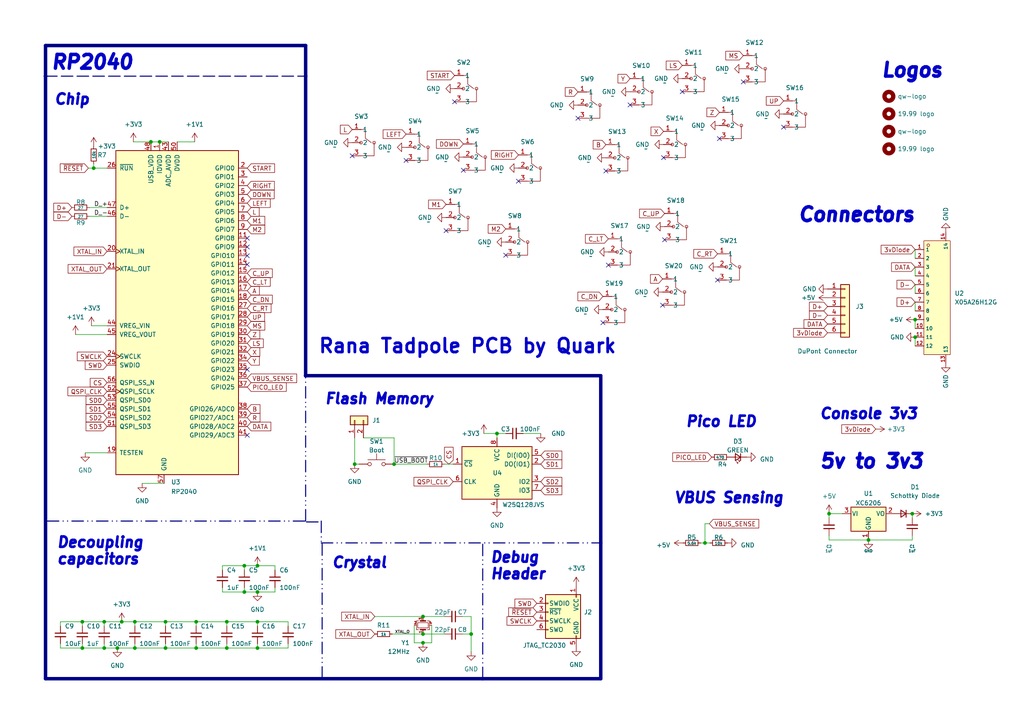
<source format=kicad_sch>
(kicad_sch (version 20230121) (generator eeschema)
  (paper "A4")
  (junction (at 136.652 183.896))
  (junction (at 13.208 22.098))
  (junction (at 122.682 183.896))
  (junction (at 65.786 187.96))
  (junction (at 27.178 48.768))
  (junction (at 70.866 171.704))
  (junction (at 65.786 180.34))
  (junction (at 144.145 125.73))
  (junction (at 122.682 186.436))
  (junction (at 30.226 187.96))
  (junction (at 240.4618 148.9964) (diameter 0.9144))
  (junction (at 43.7708 41.148))
  (junction (at 265.43 92.71))
  (junction (at 140.001 196.85))
  (junction (at 23.876 187.96))
  (junction (at 74.676 171.704))
  (junction (at 46.3108 41.148))
  (junction (at 39.116 187.96))
  (junction (at 264.5918 148.9964))
  (junction (at 23.876 180.34))
  (junction (at 35.306 180.34))
  (junction (at 56.896 187.96))
  (junction (at 265.43 97.79))
  (junction (at 88.646 108.966))
  (junction (at 30.226 180.34))
  (junction (at 74.676 180.34))
  (junction (at 70.866 164.084))
  (junction (at 102.87 134.62))
  (junction (at 174.244 157.4631))
  (junction (at 122.682 178.816))
  (junction (at 34.036 187.96))
  (junction (at 56.896 180.34))
  (junction (at 74.676 164.084))
  (junction (at 251.8918 156.6164) (diameter 0.9144))
  (junction (at 74.676 187.96))
  (junction (at 48.006 180.34))
  (junction (at 88.646 22.098))
  (junction (at 48.006 187.96))
  (junction (at 204.47 157.48))
  (junction (at 39.116 180.34))
  (junction (at 114.3 134.62))
  (no_connect (at 197.8914 26.5938))
  (no_connect (at 117.7798 46.5328))
  (no_connect (at 134.3914 49.3776))
  (no_connect (at 192.7606 69.5452))
  (no_connect (at 71.7108 107.188))
  (no_connect (at 131.8514 29.5148))
  (no_connect (at 71.7108 126.238))
  (no_connect (at 174.879 93.599))
  (no_connect (at 208.1276 81.2292))
  (no_connect (at 192.1764 88.519))
  (no_connect (at 102.1588 45.1866))
  (no_connect (at 182.753 30.4292))
  (no_connect (at 208.661 40.2082))
  (no_connect (at 167.64 34.29))
  (no_connect (at 150.368 52.5526))
  (no_connect (at 175.7426 49.5808))
  (no_connect (at 71.7108 74.168))
  (no_connect (at 146.685 74.0156))
  (no_connect (at 71.7108 71.628))
  (no_connect (at 71.7108 69.088))
  (no_connect (at 192.4558 45.72))
  (no_connect (at 215.5952 23.749))
  (no_connect (at 227.2792 36.8808))
  (no_connect (at 129.3876 66.9036))
  (no_connect (at 176.4538 76.8858))
  (no_connect (at 71.7108 76.708))
  (wire (pts (xy 34.036 187.96) (xy 39.116 187.96)))
  (wire (pts (xy 251.8918 156.6164) (xy 240.4618 156.6164)))
  (wire (pts (xy 74.676 164.084) (xy 79.756 164.084)))
  (bus (pts (xy 140.001 196.85) (xy 140.001 157.48)) (stroke (width 0) (type dash_dot_dot)))
  (wire (pts (xy 83.566 187.96) (xy 83.566 186.69)))
  (wire (pts (xy 74.676 187.96) (xy 74.676 186.69)))
  (wire (pts (xy 46.3108 41.148) (xy 48.8508 41.148)))
  (wire (pts (xy 31.0708 97.028) (xy 21.9014 97.028)))
  (wire (pts (xy 64.516 171.704) (xy 70.866 171.704)))
  (bus (pts (xy 88.646 13.208) (xy 88.646 22.098)) (stroke (width 1)))
  (bus (pts (xy 13.208 22.098) (xy 88.646 22.098)) (stroke (width 0) (type dash)))
  (wire (pts (xy 70.866 164.084) (xy 64.516 164.084)))
  (wire (pts (xy 120.142 181.356) (xy 120.142 186.436)))
  (wire (pts (xy 64.516 170.434) (xy 64.516 171.704)))
  (wire (pts (xy 265.43 87.63) (xy 265.43 90.17)))
  (wire (pts (xy 39.116 187.96) (xy 48.006 187.96)))
  (bus (pts (xy 174.244 157.4631) (xy 174.244 157.48)))
  (wire (pts (xy 39.116 187.96) (xy 39.116 186.69)))
  (wire (pts (xy 65.786 187.96) (xy 74.676 187.96)))
  (wire (pts (xy 27.178 48.768) (xy 31.0708 48.768)))
  (bus (pts (xy 13.208 196.85) (xy 140.001 196.85)) (stroke (width 1)))
  (wire (pts (xy 17.526 180.34) (xy 23.876 180.34)))
  (wire (pts (xy 56.896 187.96) (xy 65.786 187.96)))
  (bus (pts (xy 93.1852 151.13) (xy 93.1852 157.4631)) (stroke (width 0) (type dash_dot_dot)))
  (bus (pts (xy 174.244 157.4631) (xy 174.244 108.966)) (stroke (width 1)))
  (wire (pts (xy 74.676 187.96) (xy 83.566 187.96)))
  (wire (pts (xy 265.43 97.79) (xy 265.43 100.33)))
  (bus (pts (xy 88.646 151.13) (xy 88.646 108.966)) (stroke (width 0) (type dash_dot_dot)))
  (wire (pts (xy 125.222 181.356) (xy 125.222 186.436)))
  (wire (pts (xy 56.896 180.34) (xy 56.896 181.61)))
  (wire (pts (xy 74.676 164.084) (xy 70.866 164.084)))
  (wire (pts (xy 35.306 180.34) (xy 39.116 180.34)))
  (wire (pts (xy 56.896 186.69) (xy 56.896 187.96)))
  (wire (pts (xy 114.3 127) (xy 114.3 134.62)))
  (bus (pts (xy 93.4392 157.7171) (xy 93.4392 197.104)) (stroke (width 0) (type dash_dot_dot)))
  (bus (pts (xy 13.716 151.13) (xy 88.646 151.13)) (stroke (width 0) (type dash_dot_dot)))
  (wire (pts (xy 56.896 180.34) (xy 65.786 180.34)))
  (wire (pts (xy 74.676 180.34) (xy 83.566 180.34)))
  (wire (pts (xy 26.5242 94.488) (xy 31.0708 94.488)))
  (wire (pts (xy 43.7708 41.148) (xy 46.3108 41.148)))
  (wire (pts (xy 134.112 178.816) (xy 136.652 178.816)))
  (wire (pts (xy 205.74 151.892) (xy 204.47 151.892)))
  (bus (pts (xy 88.9 151.384) (xy 93.4392 151.384)) (stroke (width 0) (type dash_dot_dot)))
  (wire (pts (xy 240.4618 148.9964) (xy 240.4618 150.2664)))
  (wire (pts (xy 70.866 164.084) (xy 70.866 165.354)))
  (wire (pts (xy 204.47 157.48) (xy 205.9178 157.48)))
  (wire (pts (xy 65.786 180.34) (xy 74.676 180.34)))
  (wire (pts (xy 30.226 180.34) (xy 23.876 180.34)))
  (wire (pts (xy 74.676 171.704) (xy 79.756 171.704)))
  (wire (pts (xy 136.652 183.896) (xy 134.112 183.896)))
  (wire (pts (xy 120.142 186.436) (xy 122.682 186.436)))
  (wire (pts (xy 102.87 134.62) (xy 104.14 134.62)))
  (wire (pts (xy 102.87 127) (xy 102.87 134.62)))
  (bus (pts (xy 13.208 13.208) (xy 88.646 13.208)) (stroke (width 1)))
  (wire (pts (xy 30.226 187.96) (xy 34.036 187.96)))
  (wire (pts (xy 105.41 127) (xy 114.3 127)))
  (wire (pts (xy 70.866 170.434) (xy 70.866 171.704)))
  (wire (pts (xy 240.4618 155.3464) (xy 240.4618 156.6164)))
  (wire (pts (xy 265.43 77.47) (xy 265.43 80.01)))
  (wire (pts (xy 51.3908 41.148) (xy 56.4708 41.148)))
  (wire (pts (xy 48.006 180.34) (xy 48.006 181.61)))
  (wire (pts (xy 17.526 181.61) (xy 17.526 180.34)))
  (bus (pts (xy 13.208 22.098) (xy 13.208 196.85)) (stroke (width 1)))
  (wire (pts (xy 128.905 134.62) (xy 131.445 134.62)))
  (wire (pts (xy 140.335 125.73) (xy 144.145 125.73)))
  (wire (pts (xy 265.43 72.39) (xy 265.43 74.93)))
  (wire (pts (xy 108.712 178.816) (xy 122.682 178.816)))
  (bus (pts (xy 93.1852 157.4631) (xy 174.244 157.4631)) (stroke (width 0) (type dash_dot_dot)))
  (wire (pts (xy 25.94 62.738) (xy 31.0708 62.738)))
  (wire (pts (xy 30.226 180.34) (xy 35.306 180.34)))
  (wire (pts (xy 65.786 186.69) (xy 65.786 187.96)))
  (wire (pts (xy 125.222 186.436) (xy 122.682 186.436)))
  (wire (pts (xy 48.006 187.96) (xy 48.006 186.69)))
  (wire (pts (xy 48.006 187.96) (xy 56.896 187.96)))
  (wire (pts (xy 136.652 183.896) (xy 136.652 188.976)))
  (wire (pts (xy 27.178 47.498) (xy 27.178 48.768)))
  (wire (pts (xy 38.6908 41.148) (xy 43.7708 41.148)))
  (wire (pts (xy 129.032 183.896) (xy 122.682 183.896)))
  (wire (pts (xy 39.116 180.34) (xy 48.006 180.34)))
  (wire (pts (xy 17.526 187.96) (xy 23.876 187.96)))
  (bus (pts (xy 174.244 196.85) (xy 174.244 157.4631)) (stroke (width 1)))
  (wire (pts (xy 144.145 125.73) (xy 146.685 125.73)))
  (wire (pts (xy 79.756 171.704) (xy 79.756 170.434)))
  (wire (pts (xy 23.876 187.96) (xy 30.226 187.96)))
  (wire (pts (xy 151.765 125.73) (xy 156.845 125.73)))
  (bus (pts (xy 88.646 108.966) (xy 174.244 108.966)) (stroke (width 1)))
  (wire (pts (xy 41.2308 140.208) (xy 47.5808 140.208)))
  (bus (pts (xy 140.001 196.85) (xy 174.244 196.85)) (stroke (width 1)))
  (wire (pts (xy 23.876 180.34) (xy 23.876 181.61)))
  (wire (pts (xy 24.7208 131.318) (xy 31.0708 131.318)))
  (wire (pts (xy 39.116 180.34) (xy 39.116 181.61)))
  (wire (pts (xy 251.8918 156.6164) (xy 264.5918 156.6164)))
  (wire (pts (xy 204.47 151.892) (xy 204.47 157.48)))
  (wire (pts (xy 240.4618 148.9964) (xy 244.2718 148.9964)))
  (wire (pts (xy 65.786 180.34) (xy 65.786 181.61)))
  (wire (pts (xy 79.756 164.084) (xy 79.756 165.354)))
  (wire (pts (xy 64.516 164.084) (xy 64.516 165.354)))
  (bus (pts (xy 13.208 13.208) (xy 13.208 22.098)) (stroke (width 1)))
  (bus (pts (xy 88.646 22.098) (xy 88.646 108.966)) (stroke (width 1)))
  (wire (pts (xy 30.226 186.69) (xy 30.226 187.96)))
  (wire (pts (xy 144.145 125.73) (xy 144.145 127)))
  (wire (pts (xy 83.566 180.34) (xy 83.566 181.61)))
  (wire (pts (xy 70.866 171.704) (xy 74.676 171.704)))
  (wire (pts (xy 265.43 92.71) (xy 265.43 95.25)))
  (wire (pts (xy 122.682 183.896) (xy 113.792 183.896)))
  (wire (pts (xy 17.526 186.69) (xy 17.526 187.96)))
  (wire (pts (xy 74.676 180.34) (xy 74.676 181.61)))
  (wire (pts (xy 23.876 186.69) (xy 23.876 187.96)))
  (wire (pts (xy 265.43 82.55) (xy 265.43 85.09)))
  (wire (pts (xy 114.3 134.62) (xy 123.825 134.62)))
  (wire (pts (xy 48.006 180.34) (xy 56.896 180.34)))
  (wire (pts (xy 129.032 178.816) (xy 122.682 178.816)))
  (wire (pts (xy 25.6351 48.768) (xy 27.178 48.768)))
  (wire (pts (xy 264.5918 150.241) (xy 264.5918 148.9964)))
  (wire (pts (xy 136.652 178.816) (xy 136.652 183.896)))
  (wire (pts (xy 264.5918 155.321) (xy 264.5918 156.6164)))
  (wire (pts (xy 203.2 157.48) (xy 204.47 157.48)))
  (wire (pts (xy 25.94 60.198) (xy 31.0708 60.198)))
  (wire (pts (xy 30.226 180.34) (xy 30.226 181.61)))
  (text "Rana Tadpole PCB by Quark" (at 179.07 102.87 0) (effects (font (size 4 4) (thickness 0.8) bold) (justify right bottom)))
  (text "Console 3v3" (at 237.49 121.92 0) (effects (font (size 3 3) (thickness 2) bold italic) (justify left bottom)))
  (text "Logos" (at 255.27 22.86 0) (effects (font (size 4 4) (thickness 2) bold italic) (justify left bottom)))
  (text "5v to 3v3" (at 237.4138 136.2964 0) (effects (font (size 4 4) (thickness 2) bold italic) (justify left bottom)))
  (text "Decoupling\ncapacitors" (at 16.256 164.084 0) (effects (font (size 3 3) (thickness 2) bold italic) (justify left bottom)))
  (text "Flash Memory" (at 93.98 117.602 0) (effects (font (size 3 3) (thickness 2) bold italic) (justify left bottom)))
  (text "Crystal" (at 96.012 165.1 0) (effects (font (size 3 3) (thickness 2) bold italic) (justify left bottom)))
  (text "Chip" (at 15.494 30.734 0) (effects (font (size 3 3) (thickness 2) bold italic) (justify left bottom)))
  (text "Connectors" (at 231.14 64.77 0) (effects (font (size 4 4) (thickness 2) bold italic) (justify left bottom)))
  (text "Debug\nHeader" (at 141.986 168.402 0) (effects (font (size 3 3) (thickness 2) bold italic) (justify left bottom)))
  (text "VBUS Sensing" (at 195.326 146.304 0) (effects (font (size 3 3) (thickness 2) bold italic) (justify left bottom)))
  (text "RP2040" (at 14.478 20.574 0) (effects (font (size 4 4) (thickness 2) bold italic) (justify left bottom)))
  (text "Pico LED" (at 198.628 124.206 0) (effects (font (size 3 3) (thickness 2) bold italic) (justify left bottom)))
  (label "D_+" (at 27.2608 60.198 0))
  (label "~{USB_BOOT}" (at 114.3 134.62 0))
  (label "D_-" (at 27.2608 62.738 0))
  (label "XTAL_O" (at 118.872 183.896 180) (effects (font (size 0.8 0.8))))
  (global_label "SWD" (shape input) (at 31.0708 105.918 180) (property "Intersheetrefs" "${INTERSHEET_REFS}" (effects hide)))
  (global_label "DATA" (shape input) (at 265.43 77.47 180) (property "Intersheetrefs" "${INTERSHEET_REFS}" (effects hide)))
  (global_label "R" (shape input) (at 71.7108 121.158 0) (property "Intersheetrefs" "${INTERSHEET_REFS}" (effects hide)))
  (global_label "C_RT" (shape input) (at 71.7108 89.408 0) (property "Intersheetrefs" "${INTERSHEET_REFS}" (effects hide)))
  (global_label "QSPI_CLK" (shape input) (at 131.445 139.7 180) (property "Intersheetrefs" "${INTERSHEET_REFS}" (effects hide)))
  (global_label "C_LT" (shape input) (at 176.4538 69.2658 180) (property "Intersheetrefs" "${INTERSHEET_REFS}" (effects hide)))
  (global_label "MS" (shape input) (at 215.5952 16.129 180) (property "Intersheetrefs" "${INTERSHEET_REFS}" (effects hide)))
  (global_label "A" (shape input) (at 71.7108 84.328 0) (property "Intersheetrefs" "${INTERSHEET_REFS}" (effects hide)))
  (global_label "CS" (shape input) (at 130.175 134.62 90) (property "Intersheetrefs" "${INTERSHEET_REFS}" (effects hide)))
  (global_label "Y" (shape input) (at 182.753 22.8092 180) (property "Intersheetrefs" "${INTERSHEET_REFS}" (effects hide)))
  (global_label "M2" (shape input) (at 71.7108 66.548 0) (property "Intersheetrefs" "${INTERSHEET_REFS}" (effects hide)))
  (global_label "DOWN" (shape input) (at 71.7108 56.388 0) (property "Intersheetrefs" "${INTERSHEET_REFS}" (effects hide)))
  (global_label "3vDiode" (shape input) (at 265.43 72.39 180) (property "Intersheetrefs" "${INTERSHEET_REFS}" (effects hide)))
  (global_label "X" (shape input) (at 192.4558 38.1 180) (property "Intersheetrefs" "${INTERSHEET_REFS}" (effects hide)))
  (global_label "Y" (shape input) (at 71.7108 104.648 0) (property "Intersheetrefs" "${INTERSHEET_REFS}" (effects hide)))
  (global_label "B" (shape input) (at 71.7108 118.618 0) (property "Intersheetrefs" "${INTERSHEET_REFS}" (effects hide)))
  (global_label "DOWN" (shape input) (at 134.3914 41.7576 180) (property "Intersheetrefs" "${INTERSHEET_REFS}" (effects hide)))
  (global_label "SD3" (shape input) (at 156.845 142.24 0) (property "Intersheetrefs" "${INTERSHEET_REFS}" (effects hide)))
  (global_label "MS" (shape input) (at 71.7108 94.488 0) (property "Intersheetrefs" "${INTERSHEET_REFS}" (effects hide)))
  (global_label "XTAL_IN" (shape input) (at 31.0708 72.898 180) (property "Intersheetrefs" "${INTERSHEET_REFS}" (effects hide)))
  (global_label "LS" (shape input) (at 197.8914 18.9738 180) (property "Intersheetrefs" "${INTERSHEET_REFS}" (effects hide)))
  (global_label "R" (shape input) (at 167.64 26.67 180) (property "Intersheetrefs" "${INTERSHEET_REFS}" (effects hide)))
  (global_label "QSPI_CLK" (shape input) (at 31.0708 113.538 180) (property "Intersheetrefs" "${INTERSHEET_REFS}" (effects hide)))
  (global_label "C_DN" (shape input) (at 174.879 85.979 180) (property "Intersheetrefs" "${INTERSHEET_REFS}" (effects hide)))
  (global_label "C_LT" (shape input) (at 71.7108 81.788 0) (property "Intersheetrefs" "${INTERSHEET_REFS}" (effects hide)))
  (global_label "DATA" (shape input) (at 240.03 93.98 180) (property "Intersheetrefs" "${INTERSHEET_REFS}" (effects hide)))
  (global_label "3vDiode" (shape input) (at 240.03 96.52 180) (property "Intersheetrefs" "${INTERSHEET_REFS}" (effects hide)))
  (global_label "M2" (shape input) (at 146.685 66.3956 180) (property "Intersheetrefs" "${INTERSHEET_REFS}" (effects hide)))
  (global_label "DATA" (shape input) (at 71.7108 123.698 0) (property "Intersheetrefs" "${INTERSHEET_REFS}" (effects hide)))
  (global_label "C_RT" (shape input) (at 208.1276 73.6092 180) (property "Intersheetrefs" "${INTERSHEET_REFS}" (effects hide)))
  (global_label "START" (shape input) (at 131.8514 21.8948 180) (property "Intersheetrefs" "${INTERSHEET_REFS}" (effects hide)))
  (global_label "D-" (shape input) (at 20.86 62.738 180) (property "Intersheetrefs" "${INTERSHEET_REFS}" (effects hide)))
  (global_label "RIGHT" (shape input) (at 71.7108 53.848 0) (property "Intersheetrefs" "${INTERSHEET_REFS}" (effects hide)))
  (global_label "D+" (shape input) (at 240.03 88.9 180) (property "Intersheetrefs" "${INTERSHEET_REFS}" (effects hide)))
  (global_label "VBUS_SENSE" (shape input) (at 71.7108 109.728 0) (property "Intersheetrefs" "${INTERSHEET_REFS}" (effects hide)))
  (global_label "CS" (shape input) (at 31.0708 110.998 180) (property "Intersheetrefs" "${INTERSHEET_REFS}" (effects hide)))
  (global_label "PICO_LED" (shape input) (at 71.7108 112.268 0) (property "Intersheetrefs" "${INTERSHEET_REFS}" (effects hide)))
  (global_label "VBUS_SENSE" (shape input) (at 205.74 151.892 0) (property "Intersheetrefs" "${INTERSHEET_REFS}" (effects hide)))
  (global_label "SD3" (shape input) (at 31.0708 123.698 180) (property "Intersheetrefs" "${INTERSHEET_REFS}" (effects hide)))
  (global_label "XTAL_OUT" (shape input) (at 108.712 183.896 180) (property "Intersheetrefs" "${INTERSHEET_REFS}" (effects hide)))
  (global_label "SD0" (shape input) (at 156.845 132.08 0) (property "Intersheetrefs" "${INTERSHEET_REFS}" (effects hide)))
  (global_label "START" (shape input) (at 71.7108 48.768 0) (property "Intersheetrefs" "${INTERSHEET_REFS}" (effects hide)))
  (global_label "SWCLK" (shape input) (at 31.0708 103.378 180) (property "Intersheetrefs" "${INTERSHEET_REFS}" (effects hide)))
  (global_label "SD1" (shape input) (at 31.0708 118.618 180) (property "Intersheetrefs" "${INTERSHEET_REFS}" (effects hide)))
  (global_label "UP" (shape input) (at 227.2792 29.2608 180) (property "Intersheetrefs" "${INTERSHEET_REFS}" (effects hide)))
  (global_label "SD2" (shape input) (at 156.845 139.7 0) (property "Intersheetrefs" "${INTERSHEET_REFS}" (effects hide)))
  (global_label "LS" (shape input) (at 71.7108 99.568 0) (property "Intersheetrefs" "${INTERSHEET_REFS}" (effects hide)))
  (global_label "SWD" (shape input) (at 155.702 175.006 180) (property "Intersheetrefs" "${INTERSHEET_REFS}" (effects hide)))
  (global_label "C_UP" (shape input) (at 192.7606 61.9252 180) (property "Intersheetrefs" "${INTERSHEET_REFS}" (effects hide)))
  (global_label "XTAL_OUT" (shape input) (at 31.0708 77.978 180) (property "Intersheetrefs" "${INTERSHEET_REFS}" (effects hide)))
  (global_label "L" (shape input) (at 71.7108 61.468 0) (property "Intersheetrefs" "${INTERSHEET_REFS}" (effects hide)))
  (global_label "LEFT" (shape input) (at 117.7798 38.9128 180) (property "Intersheetrefs" "${INTERSHEET_REFS}" (effects hide)))
  (global_label "SD1" (shape input) (at 156.845 134.62 0) (property "Intersheetrefs" "${INTERSHEET_REFS}" (effects hide)))
  (global_label "C_DN" (shape input) (at 71.7108 86.868 0) (property "Intersheetrefs" "${INTERSHEET_REFS}" (effects hide)))
  (global_label "SD2" (shape input) (at 31.0708 121.158 180) (property "Intersheetrefs" "${INTERSHEET_REFS}" (effects hide)))
  (global_label "D+" (shape input) (at 20.86 60.198 180) (property "Intersheetrefs" "${INTERSHEET_REFS}" (effects hide)))
  (global_label "M1" (shape input) (at 129.3876 59.2836 180) (property "Intersheetrefs" "${INTERSHEET_REFS}" (effects hide)))
  (global_label "C_UP" (shape input) (at 71.7108 79.248 0) (property "Intersheetrefs" "${INTERSHEET_REFS}" (effects hide)))
  (global_label "XTAL_IN" (shape input) (at 108.712 178.816 180) (property "Intersheetrefs" "${INTERSHEET_REFS}" (effects hide)))
  (global_label "~{RESET}" (shape input) (at 155.702 177.546 180) (property "Intersheetrefs" "${INTERSHEET_REFS}" (effects hide)))
  (global_label "A" (shape input) (at 192.1764 80.899 180) (property "Intersheetrefs" "${INTERSHEET_REFS}" (effects hide)))
  (global_label "L" (shape input) (at 102.1588 37.5666 180) (property "Intersheetrefs" "${INTERSHEET_REFS}" (effects hide)))
  (global_label "Z" (shape input) (at 71.7108 97.028 0) (property "Intersheetrefs" "${INTERSHEET_REFS}" (effects hide)))
  (global_label "Z" (shape input) (at 208.661 32.5882 180) (property "Intersheetrefs" "${INTERSHEET_REFS}" (effects hide)))
  (global_label "3vDiode" (shape input) (at 254 124.46 180) (property "Intersheetrefs" "${INTERSHEET_REFS}" (effects hide)))
  (global_label "B" (shape input) (at 175.7426 41.9608 180) (property "Intersheetrefs" "${INTERSHEET_REFS}" (effects hide)))
  (global_label "LEFT" (shape input) (at 71.7108 58.928 0) (property "Intersheetrefs" "${INTERSHEET_REFS}" (effects hide)))
  (global_label "D-" (shape input) (at 265.43 82.55 180) (property "Intersheetrefs" "${INTERSHEET_REFS}" (effects hide)))
  (global_label "M1" (shape input) (at 71.7108 64.008 0) (property "Intersheetrefs" "${INTERSHEET_REFS}" (effects hide)))
  (global_label "D-" (shape input) (at 240.03 91.44 180) (property "Intersheetrefs" "${INTERSHEET_REFS}" (effects hide)))
  (global_label "D+" (shape input) (at 265.43 87.63 180) (property "Intersheetrefs" "${INTERSHEET_REFS}" (effects hide)))
  (global_label "UP" (shape input) (at 71.7108 91.948 0) (property "Intersheetrefs" "${INTERSHEET_REFS}" (effects hide)))
  (global_label "SWCLK" (shape input) (at 155.702 180.086 180) (property "Intersheetrefs" "${INTERSHEET_REFS}" (effects hide)))
  (global_label "PICO_LED" (shape input) (at 206.4258 132.588 180) (property "Intersheetrefs" "${INTERSHEET_REFS}" (effects hide)))
  (global_label "SD0" (shape input) (at 31.0708 116.078 180) (property "Intersheetrefs" "${INTERSHEET_REFS}" (effects hide)))
  (global_label "~{RESET}" (shape input) (at 25.6351 48.768 180) (property "Intersheetrefs" "${INTERSHEET_REFS}" (effects hide)))
  (global_label "RIGHT" (shape input) (at 150.368 44.9326 180) (property "Intersheetrefs" "${INTERSHEET_REFS}" (effects hide)))
  (global_label "X" (shape input) (at 71.7108 102.108 0) (property "Intersheetrefs" "${INTERSHEET_REFS}" (effects hide)))
  (symbol (lib_name "GND_1") (lib_id "power:GND") (at 215.5952 19.939 270) (unit 1)
    (property "Reference" "#PWR037" (effects hide))
    (property "Value" "GND" (at 211.5058 19.939 90) (effects (justify right)))
  )
  (symbol (lib_id "Mechanical:MountingHole") (at 257.81 43.18 0) (unit 1) (in_bom no)
    (property "Reference" "H4" (effects hide))
    (property "Value" "19.99 logo" (at 260.35 43.18 0) (effects (justify left)))
    (property "Footprint" "1999:1999 logo md" (effects hide))
  )
  (symbol (lib_id "Device:C_Small") (at 56.896 184.15 0) (unit 1)
    (property "Reference" "C14" (at 58.166 181.6099 0) (effects (justify left)))
    (property "Value" "100nF" (at 58.166 186.6899 0) (effects (justify left)))
    (property "Footprint" "Capacitor_SMD:C_0402_1005Metric" (effects hide))
    (property "LCSC" "C1525" (effects hide))
  )
  (symbol (lib_id "Device:C_Small") (at 65.786 184.15 0) (unit 1)
    (property "Reference" "C15" (at 67.056 181.6099 0) (effects (justify left)))
    (property "Value" "100nF" (at 67.056 186.6899 0) (effects (justify left)))
    (property "Footprint" "Capacitor_SMD:C_0402_1005Metric" (effects hide))
    (property "LCSC" "C1525" (effects hide))
  )
  (symbol (lib_name "GND_1") (lib_id "power:GND") (at 131.8514 25.7048 270) (unit 1)
    (property "Reference" "#PWR01" (effects hide))
    (property "Value" "GND" (at 127.762 25.7048 90) (effects (justify right)))
  )
  (symbol (lib_name "GND_1") (lib_id "power:GND") (at 167.64 30.48 270) (unit 1)
    (property "Reference" "#PWR034" (effects hide))
    (property "Value" "GND" (at 163.5506 30.48 90) (effects (justify right)))
  )
  (symbol (lib_name "GND_1") (lib_id "power:GND") (at 192.4558 41.91 270) (unit 1)
    (property "Reference" "#PWR039" (effects hide))
    (property "Value" "GND" (at 188.3664 41.91 90) (effects (justify right)))
  )
  (symbol (lib_id "Device:C_Small") (at 70.866 167.894 0) (unit 1)
    (property "Reference" "C5" (at 72.136 165.3539 0) (effects (justify left)))
    (property "Value" "100nF" (at 72.136 170.4339 0) (effects (justify left)))
    (property "Footprint" "Capacitor_SMD:C_0402_1005Metric" (effects hide))
    (property "LCSC" "C1525" (effects hide))
  )
  (symbol (lib_name "GND_1") (lib_id "power:GND") (at 274.32 67.31 180) (unit 1)
    (property "Reference" "#PWR053" (effects hide))
    (property "Value" "GND" (at 274.32 64.135 90) (effects (justify right)))
  )
  (symbol (lib_id "Device:C_Small") (at 83.566 184.15 0) (unit 1)
    (property "Reference" "C17" (at 84.836 181.6099 0) (effects (justify left)))
    (property "Value" "100nF" (at 84.836 186.6899 0) (effects (justify left)))
    (property "Footprint" "Capacitor_SMD:C_0402_1005Metric" (effects hide))
    (property "LCSC" "C1525" (effects hide))
  )
  (symbol (lib_id "Device:C_Small") (at 131.572 178.816 270) (mirror x) (unit 1)
    (property "Reference" "C7" (at 134.112 177.546 90))
    (property "Value" "22pF" (at 128.397 177.546 90))
    (property "Footprint" "Capacitor_SMD:C_0402_1005Metric" (effects hide))
    (property "LCSC" "C1555" (effects hide))
  )
  (symbol (lib_id "Connector_Generic:Conn_01x02") (at 102.87 121.92 90) (unit 1) (in_bom no)
    (property "Reference" "J1" (at 107.95 121.92 90) (effects (justify right)))
    (property "Value" "Conn_01x02" (effects hide))
    (property "Footprint" "Connector_PinHeader_2.54mm:PinHeader_1x02_P2.54mm_Vertical" (effects hide))
  )
  (symbol (lib_id "power:+3V3") (at 38.6908 41.148 0) (unit 1)
    (property "Reference" "#PWR02" (effects hide))
    (property "Value" "+3V3" (at 38.6908 36.068 0))
  )
  (symbol (lib_id "Device:C_Small") (at 131.572 183.896 270) (mirror x) (unit 1)
    (property "Reference" "C8" (at 134.112 182.626 90))
    (property "Value" "22pF" (at 128.397 182.626 90))
    (property "Footprint" "Capacitor_SMD:C_0402_1005Metric" (effects hide))
    (property "LCSC" "C1555" (effects hide))
  )
  (symbol (lib_id "power:GND") (at 216.5858 132.588 90) (unit 1)
    (property "Reference" "#PWR018" (effects hide))
    (property "Value" "GND" (at 220.3958 133.223 90) (effects (justify right)))
  )
  (symbol (lib_name "GND_1") (lib_id "power:GND") (at 208.661 36.3982 270) (unit 1)
    (property "Reference" "#PWR040" (effects hide))
    (property "Value" "GND" (at 204.5716 36.3982 90) (effects (justify right)))
  )
  (symbol (lib_name "GND_1") (lib_id "power:GND") (at 134.3914 45.5676 270) (unit 1)
    (property "Reference" "#PWR07" (effects hide))
    (property "Value" "GND" (at 130.302 45.5676 90) (effects (justify right)))
  )
  (symbol (lib_name "GND_1") (lib_id "power:GND") (at 265.43 97.79 270) (unit 1)
    (property "Reference" "#PWR052" (effects hide))
    (property "Value" "GND" (at 262.255 97.79 90) (effects (justify right)))
  )
  (symbol (lib_name "GND_1") (lib_id "power:GND") (at 240.03 83.82 270) (unit 1)
    (property "Reference" "#PWR049" (effects hide))
    (property "Value" "GND" (at 236.855 83.82 90) (effects (justify right)))
  )
  (symbol (lib_id "Device:R_Small") (at 208.9658 132.588 90) (unit 1)
    (property "Reference" "R4" (at 210.8765 134.6651 90) (effects (justify left)))
    (property "Value" "470" (at 210.0998 132.6996 90) (effects (font (size 0.8 0.8)) (justify left)))
    (property "Footprint" "Resistor_SMD:R_0402_1005Metric" (effects hide))
    (property "LCSC" "C25117" (effects hide))
  )
  (symbol (lib_id "ranatadpole:RanaTadpole") (at 136.9314 45.5676 0) (unit 1)
    (property "Reference" "SW5" (at 134.9853 37.9684 0) (effects (justify left)))
    (property "Value" "~" (at 129.3114 46.8376 0))
    (property "Footprint" "Buttons:RanaTadpole" (effects hide))
    (property "LCSC" "C400256" (effects hide))
  )
  (symbol (lib_id "Device:LED_Small") (at 214.0458 132.588 180) (unit 1)
    (property "Reference" "D3" (at 213.9823 128.016 0))
    (property "Value" "GREEN" (at 213.9823 130.556 0))
    (property "Footprint" "LED_SMD:LED_0805_2012Metric" (effects hide))
    (property "LCSC" "C84256" (effects hide))
  )
  (symbol (lib_id "Sleep-lib:RP2040") (at 51.3908 91.948 0) (unit 1)
    (property "Reference" "U3" (at 49.6002 139.8175 0) (effects (justify left)))
    (property "Value" "RP2040" (at 49.6002 142.5926 0) (effects (justify left)))
    (property "Footprint" "qw-footprints:RP2040-QFN-56" (effects hide))
    (property "Datasheet" "https://datasheets.raspberrypi.com/rp2040/rp2040-datasheet.pdf" (effects hide))
    (property "LCSC" "C2040" (effects hide))
  )
  (symbol (lib_id "power:GND") (at 156.845 125.73 0) (unit 1)
    (property "Reference" "#PWR016" (effects hide))
    (property "Value" "GND" (at 161.925 125.73 0))
  )
  (symbol (lib_id "ranatadpole:RanaTadpole") (at 210.6676 77.4192 0) (unit 1)
    (property "Reference" "SW21" (at 208.7215 69.82 0) (effects (justify left)))
    (property "Value" "~" (at 203.0476 78.6892 0))
    (property "Footprint" "Buttons:RanaTadpole" (effects hide))
    (property "LCSC" "C400256" (effects hide))
  )
  (symbol (lib_id "power:+5V") (at 240.03 86.36 90) (unit 1)
    (property "Reference" "#PWR050" (effects hide))
    (property "Value" "+5V" (at 236.474 86.36 90) (effects (justify left)))
  )
  (symbol (lib_id "power:GND") (at 251.8918 156.6164 0) (unit 1)
    (property "Reference" "#PWR011" (effects hide))
    (property "Value" "GND" (at 251.8918 159.7914 0) (effects (font (size 0.762 0.762))))
  )
  (symbol (lib_id "ranatadpole:RanaTadpole") (at 218.1352 19.939 0) (unit 1)
    (property "Reference" "SW12" (at 216.1891 12.3398 0) (effects (justify left)))
    (property "Value" "~" (at 210.5152 21.209 0))
    (property "Footprint" "Buttons:RanaTadpole" (effects hide))
    (property "LCSC" "C400256" (effects hide))
  )
  (symbol (lib_id "Device:R_Small") (at 23.4 60.198 90) (unit 1)
    (property "Reference" "R8" (at 23.4 58.6486 90))
    (property "Value" "27" (at 23.4 60.2996 90) (effects (font (size 0.8 0.8))))
    (property "Footprint" "Resistor_SMD:R_0603_1608Metric" (effects hide))
    (property "LCSC" "C25190" (effects hide))
  )
  (symbol (lib_id "power:GND") (at 122.682 186.436 0) (mirror y) (unit 1)
    (property "Reference" "#PWR028" (effects hide))
    (property "Value" "GND" (at 122.682 191.516 0))
  )
  (symbol (lib_id "power:GND") (at 210.9978 157.48 90) (unit 1)
    (property "Reference" "#PWR023" (effects hide))
    (property "Value" "GND" (at 214.8078 158.115 90) (effects (justify right)))
  )
  (symbol (lib_name "GND_1") (lib_id "power:GND") (at 174.879 89.789 270) (unit 1)
    (property "Reference" "#PWR044" (effects hide))
    (property "Value" "GND" (at 170.7896 89.789 90) (effects (justify right)))
  )
  (symbol (lib_id "Device:C_Small") (at 23.876 184.15 0) (unit 1)
    (property "Reference" "C10" (at 25.146 181.6099 0) (effects (justify left)))
    (property "Value" "1uF" (at 25.146 186.6899 0) (effects (justify left)))
    (property "Footprint" "Capacitor_SMD:C_0402_1005Metric" (effects hide))
    (property "LCSC" "C52923" (effects hide))
  )
  (symbol (lib_name "GND_1") (lib_id "power:GND") (at 192.1764 84.709 270) (unit 1)
    (property "Reference" "#PWR045" (effects hide))
    (property "Value" "GND" (at 188.087 84.709 90) (effects (justify right)))
  )
  (symbol (lib_id "ranatadpole:RanaTadpole") (at 104.6988 41.3766 0) (unit 1)
    (property "Reference" "SW3" (at 102.7527 33.7774 0) (effects (justify left)))
    (property "Value" "~" (at 97.0788 42.6466 0))
    (property "Footprint" "Buttons:RanaTadpole" (effects hide))
    (property "LCSC" "C400256" (effects hide))
  )
  (symbol (lib_id "Device:C_Small") (at 48.006 184.15 0) (unit 1)
    (property "Reference" "C13" (at 49.276 181.6099 0) (effects (justify left)))
    (property "Value" "100nF" (at 49.276 186.6899 0) (effects (justify left)))
    (property "Footprint" "Capacitor_SMD:C_0402_1005Metric" (effects hide))
    (property "LCSC" "C1525" (effects hide))
  )
  (symbol (lib_id "power:+1V1") (at 21.9014 97.028 0) (unit 1)
    (property "Reference" "#PWR012" (effects hide))
    (property "Value" "+1V1" (at 21.9014 91.948 0))
  )
  (symbol (lib_name "GND_1") (lib_id "power:GND") (at 182.753 26.6192 270) (unit 1)
    (property "Reference" "#PWR035" (effects hide))
    (property "Value" "GND" (at 178.6636 26.6192 90) (effects (justify right)))
  )
  (symbol (lib_id "Device:R_Small") (at 208.4578 157.48 90) (unit 1)
    (property "Reference" "R6" (at 209.7949 155.9071 90) (effects (justify left)))
    (property "Value" "10k" (at 209.5918 157.5916 90) (effects (font (size 0.8 0.8)) (justify left)))
    (property "Footprint" "Resistor_SMD:R_0603_1608Metric" (effects hide))
    (property "LCSC" "C25804" (effects hide))
  )
  (symbol (lib_id "Mechanical:MountingHole") (at 257.81 38.1 0) (unit 1) (in_bom no)
    (property "Reference" "H3" (effects hide))
    (property "Value" "qw-logo" (at 260.35 38.1 0) (effects (justify left)))
    (property "Footprint" "qw-logo:qw new logo silk + copper sm" (effects hide))
  )
  (symbol (lib_id "power:+5V") (at 265.43 92.71 90) (unit 1)
    (property "Reference" "#PWR051" (effects hide))
    (property "Value" "+5V" (at 261.874 92.71 90) (effects (justify left)))
  )
  (symbol (lib_id "Device:R_Small") (at 27.178 44.958 0) (unit 1)
    (property "Reference" "R7" (at 28.2449 44.958 0) (effects (justify left)))
    (property "Value" "10k" (at 27.2543 46.0756 90) (effects (font (size 0.8 0.8)) (justify left)))
    (property "Footprint" "Resistor_SMD:R_0402_1005Metric" (effects hide))
    (property "LCSC" "C25744" (effects hide))
  )
  (symbol (lib_id "power:+3V3") (at 35.306 180.34 0) (unit 1)
    (property "Reference" "#PWR027" (effects hide))
    (property "Value" "+3V3" (at 35.306 175.26 0))
  )
  (symbol (lib_id "ranatadpole:RanaTadpole") (at 120.3198 42.7228 0) (unit 1)
    (property "Reference" "SW4" (at 118.3737 35.1236 0) (effects (justify left)))
    (property "Value" "~" (at 112.6998 43.9928 0))
    (property "Footprint" "Buttons:RanaTadpole" (effects hide))
    (property "LCSC" "C400256" (effects hide))
  )
  (symbol (lib_id "Device:C_Small") (at 264.5918 152.781 180) (unit 1)
    (property "Reference" "C1" (at 264.5918 158.496 0) (effects (font (size 0.762 0.762))))
    (property "Value" "1uF" (at 264.5918 159.766 0) (effects (font (size 0.762 0.762))))
    (property "Footprint" "Capacitor_SMD:C_0402_1005Metric" (effects hide))
    (property "LCSC" "C52923" (effects hide))
  )
  (symbol (lib_id "power:+3V3") (at 140.335 125.73 0) (unit 1)
    (property "Reference" "#PWR015" (effects hide))
    (property "Value" "+3V3" (at 136.525 125.73 0))
  )
  (symbol (lib_name "GND_1") (lib_id "power:GND") (at 146.685 70.2056 270) (unit 1)
    (property "Reference" "#PWR033" (effects hide))
    (property "Value" "GND" (at 142.5956 70.2056 90) (effects (justify right)))
  )
  (symbol (lib_id "ranatadpole:RanaTadpole") (at 195.3006 65.7352 0) (unit 1)
    (property "Reference" "SW18" (at 193.3545 58.136 0) (effects (justify left)))
    (property "Value" "~" (at 187.6806 67.0052 0))
    (property "Footprint" "Buttons:RanaTadpole" (effects hide))
    (property "LCSC" "C400256" (effects hide))
  )
  (symbol (lib_id "Device:C_Small") (at 149.225 125.73 90) (unit 1)
    (property "Reference" "C3" (at 147.9549 124.46 90) (effects (justify left)))
    (property "Value" "100nF" (at 156.8449 124.46 90) (effects (justify left)))
    (property "Footprint" "Capacitor_SMD:C_0402_1005Metric" (effects hide))
    (property "LCSC" "C1525" (effects hide))
  )
  (symbol (lib_id "marbastlib-various:JTAG_TC2030") (at 162.052 180.086 0) (unit 1) (in_bom no)
    (property "Reference" "J2" (at 169.3418 177.5459 0) (effects (justify left)))
    (property "Value" "JTAG_TC2030" (at 151.638 187.198 0) (effects (justify left)))
    (property "Footprint" "PCM_marbastlib-various:CON_TC2030_outlined" (effects hide))
    (property "Datasheet" " ~" (effects hide))
  )
  (symbol (lib_id "ranatadpole:RanaTadpole") (at 178.9938 73.0758 0) (unit 1)
    (property "Reference" "SW17" (at 177.0477 65.4766 0) (effects (justify left)))
    (property "Value" "~" (at 171.3738 74.3458 0))
    (property "Footprint" "Buttons:RanaTadpole" (effects hide))
    (property "LCSC" "C400256" (effects hide))
  )
  (symbol (lib_id "power:+3V3") (at 27.178 42.418 0) (unit 1)
    (property "Reference" "#PWR04" (effects hide))
    (property "Value" "+3V3" (at 30.988 42.418 0))
  )
  (symbol (lib_id "Device:R_Small") (at 126.365 134.62 90) (unit 1)
    (property "Reference" "R10" (at 126.3608 132.828 90))
    (property "Value" "1k" (at 126.3622 134.7009 90) (effects (font (size 0.8 0.8))))
    (property "Footprint" "Resistor_SMD:R_0402_1005Metric" (effects hide))
    (property "LCSC" "C11702" (effects hide))
  )
  (symbol (lib_id "Device:C_Small") (at 240.4618 152.8064 180) (unit 1)
    (property "Reference" "C2" (at 240.4618 158.5214 0) (effects (font (size 0.762 0.762))))
    (property "Value" "1uF" (at 240.4618 159.7914 0) (effects (font (size 0.762 0.762))))
    (property "Footprint" "Capacitor_SMD:C_0402_1005Metric" (effects hide))
    (property "LCSC" "C52923" (effects hide))
  )
  (symbol (lib_id "power:+3V3") (at 26.5242 94.488 0) (unit 1)
    (property "Reference" "#PWR010" (effects hide))
    (property "Value" "+3V3" (at 26.5242 89.408 0))
  )
  (symbol (lib_id "Device:C_Small") (at 39.116 184.15 0) (unit 1)
    (property "Reference" "C12" (at 40.386 181.6099 0) (effects (justify left)))
    (property "Value" "100nF" (at 40.386 186.6899 0) (effects (justify left)))
    (property "Footprint" "Capacitor_SMD:C_0402_1005Metric" (effects hide))
    (property "LCSC" "C1525" (effects hide))
  )
  (symbol (lib_name "GND_1") (lib_id "power:GND") (at 176.4538 73.0758 270) (unit 1)
    (property "Reference" "#PWR042" (effects hide))
    (property "Value" "GND" (at 172.3644 73.0758 90) (effects (justify right)))
  )
  (symbol (lib_id "Device:D_Small") (at 262.0518 148.9964 180) (unit 1)
    (property "Reference" "D1" (at 265.4046 141.2494 0))
    (property "Value" "Schottky Diode" (at 265.4046 143.7894 0))
    (property "Footprint" "Diode_SMD:D_SOD-123" (effects hide))
    (property "LCSC" "C8598" (effects hide))
  )
  (symbol (lib_name "GND_1") (lib_id "power:GND") (at 208.1276 77.4192 270) (unit 1)
    (property "Reference" "#PWR046" (effects hide))
    (property "Value" "GND" (at 204.0382 77.4192 90) (effects (justify right)))
  )
  (symbol (lib_id "power:+3.3V") (at 264.5918 148.9964 270) (unit 1)
    (property "Reference" "#PWR09" (effects hide))
    (property "Value" "+3.3V" (at 268.224 148.9963 90) (effects (justify left)))
  )
  (symbol (lib_name "GND_1") (lib_id "power:GND") (at 175.7426 45.7708 270) (unit 1)
    (property "Reference" "#PWR038" (effects hide))
    (property "Value" "GND" (at 171.6532 45.7708 90) (effects (justify right)))
  )
  (symbol (lib_id "ranatadpole:RanaTadpole") (at 131.9276 63.0936 0) (unit 1)
    (property "Reference" "SW7" (at 129.9815 55.4944 0) (effects (justify left)))
    (property "Value" "~" (at 124.3076 64.3636 0))
    (property "Footprint" "Buttons:RanaTadpole" (effects hide))
    (property "LCSC" "C400256" (effects hide))
  )
  (symbol (lib_id "ranatadpole:RanaTadpole") (at 194.9958 41.91 0) (unit 1)
    (property "Reference" "SW14" (at 193.0497 34.3108 0) (effects (justify left)))
    (property "Value" "~" (at 187.3758 43.18 0))
    (property "Footprint" "Buttons:RanaTadpole" (effects hide))
    (property "LCSC" "C400256" (effects hide))
  )
  (symbol (lib_id "power:+3V3") (at 254 124.46 270) (unit 1)
    (property "Reference" "#PWR014" (effects hide))
    (property "Value" "+3V3" (at 262.5344 124.46 90) (effects (justify right)))
  )
  (symbol (lib_id "power:+5V") (at 198.12 157.48 90) (unit 1)
    (property "Reference" "#PWR022" (effects hide))
    (property "Value" "+5V" (at 194.437 158.115 90) (effects (justify left)))
  )
  (symbol (lib_id "Device:C_Small") (at 74.676 184.15 0) (unit 1)
    (property "Reference" "C16" (at 75.946 181.6099 0) (effects (justify left)))
    (property "Value" "100nF" (at 75.946 186.6899 0) (effects (justify left)))
    (property "Footprint" "Capacitor_SMD:C_0402_1005Metric" (effects hide))
    (property "LCSC" "C1525" (effects hide))
  )
  (symbol (lib_id "Device:Crystal_GND24_Small") (at 122.682 181.356 270) (mirror x) (unit 1)
    (property "Reference" "Y1" (at 118.872 186.436 90) (effects (justify right)))
    (property "Value" "12MHz" (at 118.872 188.976 90) (effects (justify right)))
    (property "Footprint" "Crystal:Crystal_SMD_3225-4Pin_3.2x2.5mm" (effects hide))
    (property "LCSC" "C9002" (effects hide))
  )
  (symbol (lib_id "power:GND") (at 144.145 147.32 0) (unit 1)
    (property "Reference" "#PWR021" (effects hide))
    (property "Value" "GND" (at 144.145 152.4 0))
  )
  (symbol (lib_name "GND_1") (lib_id "power:GND") (at 197.8914 22.7838 270) (unit 1)
    (property "Reference" "#PWR036" (effects hide))
    (property "Value" "GND" (at 193.802 22.7838 90) (effects (justify right)))
  )
  (symbol (lib_name "GND_1") (lib_id "power:GND") (at 227.2792 33.0708 270) (unit 1)
    (property "Reference" "#PWR041" (effects hide))
    (property "Value" "GND" (at 223.1898 33.0708 90) (effects (justify right)))
  )
  (symbol (lib_name "GND_1") (lib_id "power:GND") (at 129.3876 63.0936 270) (unit 1)
    (property "Reference" "#PWR032" (effects hide))
    (property "Value" "GND" (at 125.2982 63.0936 90) (effects (justify right)))
  )
  (symbol (lib_id "ranatadpole:RanaTadpole") (at 229.8192 33.0708 0) (unit 1)
    (property "Reference" "SW16" (at 227.8731 25.4716 0) (effects (justify left)))
    (property "Value" "~" (at 222.1992 34.3408 0))
    (property "Footprint" "Buttons:RanaTadpole" (effects hide))
    (property "LCSC" "C400256" (effects hide))
  )
  (symbol (lib_id "power:+5V") (at 240.4618 148.9964 0) (unit 1)
    (property "Reference" "#PWR08" (effects hide))
    (property "Value" "+5V" (at 240.4618 143.9164 0))
  )
  (symbol (lib_name "GND_1") (lib_id "power:GND") (at 274.32 105.41 0) (unit 1)
    (property "Reference" "#PWR054" (effects hide))
    (property "Value" "GND" (at 274.32 108.585 90) (effects (justify right)))
  )
  (symbol (lib_name "GND_1") (lib_id "power:GND") (at 102.1588 41.3766 270) (unit 1)
    (property "Reference" "#PWR05" (effects hide))
    (property "Value" "GND" (at 98.0694 41.3766 90) (effects (justify right)))
  )
  (symbol (lib_id "X05A26H12G:X05A26H12G") (at 270.51 86.36 0) (unit 1)
    (property "Reference" "U2" (at 276.86 85.09 0) (effects (justify left)))
    (property "Value" "X05A26H12G" (at 276.86 87.63 0) (effects (justify left)))
    (property "Footprint" "footprint:FPC-SMD_X05A26H12G" (effects hide))
    (property "Datasheet" "https://item.szlcsc.com/535993.html?ref=editor&logined=true" (effects hide))
    (property "LCSC" "C519263" (effects hide))
  )
  (symbol (lib_id "ranatadpole:RanaTadpole") (at 200.4314 22.7838 0) (unit 1)
    (property "Reference" "SW11" (at 198.4853 15.1846 0) (effects (justify left)))
    (property "Value" "~" (at 192.8114 24.0538 0))
    (property "Footprint" "Buttons:RanaTadpole" (effects hide))
    (property "LCSC" "C400256" (effects hide))
  )
  (symbol (lib_id "ranatadpole:RanaTadpole") (at 211.201 36.3982 0) (unit 1)
    (property "Reference" "SW15" (at 209.2549 28.799 0) (effects (justify left)))
    (property "Value" "~" (at 203.581 37.6682 0))
    (property "Footprint" "Buttons:RanaTadpole" (effects hide))
    (property "LCSC" "C400256" (effects hide))
  )
  (symbol (lib_id "power:GND") (at 102.87 134.62 0) (unit 1)
    (property "Reference" "#PWR019" (effects hide))
    (property "Value" "GND" (at 102.87 139.7 0))
  )
  (symbol (lib_id "Device:C_Small") (at 64.516 167.894 0) (unit 1)
    (property "Reference" "C4" (at 65.786 165.3539 0) (effects (justify left)))
    (property "Value" "1uF" (at 65.786 170.4339 0) (effects (justify left)))
    (property "Footprint" "Capacitor_SMD:C_0402_1005Metric" (effects hide))
    (property "LCSC" "C52923" (effects hide))
  )
  (symbol (lib_id "ranatadpole:RanaTadpole") (at 149.225 70.2056 0) (unit 1)
    (property "Reference" "SW8" (at 147.2789 62.6064 0) (effects (justify left)))
    (property "Value" "~" (at 141.605 71.4756 0))
    (property "Footprint" "Buttons:RanaTadpole" (effects hide))
    (property "LCSC" "C400256" (effects hide))
  )
  (symbol (lib_id "power:GND") (at 24.7208 131.318 0) (unit 1)
    (property "Reference" "#PWR017" (effects hide))
    (property "Value" "GND" (at 24.7208 136.398 0))
  )
  (symbol (lib_id "Regulator_Linear:XC6206PxxxMR") (at 251.8918 148.9964 0) (unit 1)
    (property "Reference" "U1" (at 251.8918 143.1249 0))
    (property "Value" "XC6206" (at 251.8918 145.9 0))
    (property "Footprint" "Package_TO_SOT_SMD:SOT-23" (effects hide))
    (property "Datasheet" "https://www.torexsemi.com/file/xc6206/XC6206.pdf" (effects hide))
    (property "LCSC" "C5446" (effects hide))
  )
  (symbol (lib_id "Device:C_Small") (at 17.526 184.15 0) (unit 1)
    (property "Reference" "C9" (at 18.796 181.6099 0) (effects (justify left)))
    (property "Value" "10uF" (at 18.796 186.6899 0) (effects (justify left)))
    (property "Footprint" "Capacitor_SMD:C_0402_1005Metric" (effects hide))
    (property "LCSC" "C15525" (effects hide))
  )
  (symbol (lib_name "GND_1") (lib_id "power:GND") (at 117.7798 42.7228 270) (unit 1)
    (property "Reference" "#PWR06" (effects hide))
    (property "Value" "GND" (at 113.6904 42.7228 90) (effects (justify right)))
  )
  (symbol (lib_id "Device:C_Small") (at 30.226 184.15 0) (unit 1)
    (property "Reference" "C11" (at 31.496 181.6099 0) (effects (justify left)))
    (property "Value" "100nF" (at 31.496 186.6899 0) (effects (justify left)))
    (property "Footprint" "Capacitor_SMD:C_0402_1005Metric" (effects hide))
    (property "LCSC" "C1525" (effects hide))
  )
  (symbol (lib_id "power:+1V1") (at 74.676 164.084 0) (unit 1)
    (property "Reference" "#PWR024" (effects hide))
    (property "Value" "+1V1" (at 74.676 159.004 0))
  )
  (symbol (lib_id "ranatadpole:RanaTadpole") (at 178.2826 45.7708 0) (unit 1)
    (property "Reference" "SW13" (at 176.3365 38.1716 0) (effects (justify left)))
    (property "Value" "~" (at 170.6626 47.0408 0))
    (property "Footprint" "Buttons:RanaTadpole" (effects hide))
    (property "LCSC" "C400256" (effects hide))
  )
  (symbol (lib_id "power:GND") (at 41.2308 140.208 0) (unit 1)
    (property "Reference" "#PWR020" (effects hide))
    (property "Value" "GND" (at 41.2308 145.288 0))
  )
  (symbol (lib_id "Memory_Flash:W25Q128JVS") (at 144.145 137.16 0) (unit 1)
    (property "Reference" "U4" (at 142.875 137.16 0) (effects (justify left)))
    (property "Value" "W25Q128JVS" (at 145.6648 146.4022 0) (effects (justify left)))
    (property "Footprint" "Package_SO:SOIC-8_5.23x5.23mm_P1.27mm" (effects hide))
    (property "Datasheet" "http://www.winbond.com/resource-files/w25q128jv_dtr%20revc%2003272018%20plus.pdf" (effects hide))
    (property "LCSC" "C97521" (effects hide))
  )
  (symbol (lib_id "Device:C_Small") (at 79.756 167.894 0) (unit 1)
    (property "Reference" "C6" (at 81.026 165.3539 0) (effects (justify left)))
    (property "Value" "100nF" (at 81.026 170.4339 0) (effects (justify left)))
    (property "Footprint" "Capacitor_SMD:C_0402_1005Metric" (effects hide))
    (property "LCSC" "C1525" (effects hide))
  )
  (symbol (lib_id "ranatadpole:RanaTadpole") (at 194.7164 84.709 0) (unit 1)
    (property "Reference" "SW20" (at 192.7703 77.1098 0) (effects (justify left)))
    (property "Value" "~" (at 187.0964 85.979 0))
    (property "Footprint" "Buttons:RanaTadpole" (effects hide))
    (property "LCSC" "C400256" (effects hide))
  )
  (symbol (lib_id "Device:R_Small") (at 200.66 157.48 90) (unit 1)
    (property "Reference" "R5" (at 201.9647 155.8771 90) (effects (justify left)))
    (property "Value" "5.6k" (at 202.0165 157.5469 90) (effects (font (size 0.8 0.8)) (justify left)))
    (property "Footprint" "Resistor_SMD:R_0603_1608Metric" (effects hide))
    (property "LCSC" "C23189" (effects hide))
  )
  (symbol (lib_id "ranatadpole:RanaTadpole") (at 152.908 48.7426 0) (unit 1)
    (property "Reference" "SW6" (at 150.9619 41.1434 0) (effects (justify left)))
    (property "Value" "~" (at 145.288 50.0126 0))
    (property "Footprint" "Buttons:RanaTadpole" (effects hide))
    (property "LCSC" "C400256" (effects hide))
  )
  (symbol (lib_name "GND_1") (lib_id "power:GND") (at 192.7606 65.7352 270) (unit 1)
    (property "Reference" "#PWR043" (effects hide))
    (property "Value" "GND" (at 188.6712 65.7352 90) (effects (justify right)))
  )
  (symbol (lib_id "Connector_Generic:Conn_01x06") (at 245.11 88.9 0) (unit 1) (in_bom no)
    (property "Reference" "J3" (at 248.158 88.9 0) (effects (justify left)))
    (property "Value" "DuPont Connector" (at 231.267 101.854 0) (effects (justify left)))
    (property "Footprint" "Connector_PinHeader_2.54mm:PinHeader_1x06_P2.54mm_Vertical" (effects hide))
  )
  (symbol (lib_id "Mechanical:MountingHole") (at 257.81 27.94 0) (unit 1) (in_bom no)
    (property "Reference" "H1" (effects hide))
    (property "Value" "qw-logo" (at 260.35 27.94 0) (effects (justify left)))
    (property "Footprint" "qw-logo:qw new logo silk + copper sm" (effects hide))
  )
  (symbol (lib_name "GND_1") (lib_id "power:GND") (at 150.368 48.7426 270) (unit 1)
    (property "Reference" "#PWR013" (effects hide))
    (property "Value" "GND" (at 146.2786 48.7426 90) (effects (justify right)))
  )
  (symbol (lib_id "ranatadpole:RanaTadpole") (at 134.3914 25.7048 0) (unit 1)
    (property "Reference" "SW2" (at 132.4453 18.1056 0) (effects (justify left)))
    (property "Value" "~" (at 126.7714 26.9748 0))
    (property "Footprint" "Buttons:RanaTadpole" (effects hide))
    (property "LCSC" "C400256C400256" (effects hide))
  )
  (symbol (lib_id "ranatadpole:RanaTadpole") (at 185.293 26.6192 0) (unit 1)
    (property "Reference" "SW10" (at 183.3469 19.02 0) (effects (justify left)))
    (property "Value" "~" (at 177.673 27.8892 0))
    (property "Footprint" "Buttons:RanaTadpole" (effects hide))
    (property "LCSC" "C400256" (effects hide))
  )
  (symbol (lib_id "power:GND") (at 74.676 171.704 0) (unit 1)
    (property "Reference" "#PWR026" (effects hide))
    (property "Value" "GND" (at 74.676 176.784 0))
  )
  (symbol (lib_id "Device:R_Small") (at 23.4 62.738 90) (unit 1)
    (property "Reference" "R9" (at 23.4 64.6176 90))
    (property "Value" "27" (at 23.4 62.8396 90) (effects (font (size 0.8 0.8))))
    (property "Footprint" "Resistor_SMD:R_0603_1608Metric" (effects hide))
    (property "LCSC" "C25190" (effects hide))
  )
  (symbol (lib_id "power:GND") (at 34.036 187.96 0) (unit 1)
    (property "Reference" "#PWR030" (effects hide))
    (property "Value" "GND" (at 34.036 193.04 0))
  )
  (symbol (lib_id "power:+1V1") (at 56.4708 41.148 0) (unit 1)
    (property "Reference" "#PWR03" (effects hide))
    (property "Value" "+1V1" (at 56.4708 36.068 0))
  )
  (symbol (lib_id "Mechanical:MountingHole") (at 257.81 33.02 0) (unit 1) (in_bom no)
    (property "Reference" "H2" (effects hide))
    (property "Value" "19.99 logo" (at 260.35 33.02 0) (effects (justify left)))
    (property "Footprint" "1999:1999 logo md" (effects hide))
  )
  (symbol (lib_id "power:GND") (at 136.652 188.976 0) (mirror y) (unit 1)
    (property "Reference" "#PWR031" (effects hide))
    (property "Value" "GND" (at 136.652 194.056 0))
  )
  (symbol (lib_id "power:+3V3") (at 167.132 169.926 0) (unit 1)
    (property "Reference" "#PWR025" (effects hide))
    (property "Value" "+3V3" (at 167.132 164.846 0))
  )
  (symbol (lib_id "Switch:SW_Push") (at 109.22 134.62 0) (unit 1)
    (property "Reference" "SW1" (at 109.22 128.016 0))
    (property "Value" "Boot" (at 109.22 130.556 0))
    (property "Footprint" "Button_Switch_SMD:SW_SPST_SKQG_WithStem" (effects hide))
    (property "LCSC" "C202424" (effects hide))
  )
  (symbol (lib_id "ranatadpole:RanaTadpole") (at 170.18 30.48 0) (unit 1)
    (property "Reference" "SW9" (at 168.2339 22.8808 0) (effects (justify left)))
    (property "Value" "~" (at 162.56 31.75 0))
    (property "Footprint" "Buttons:RanaTadpole" (effects hide))
    (property "LCSC" "C400256" (effects hide))
  )
  (symbol (lib_id "Device:R_Small") (at 111.252 183.896 270) (mirror x) (unit 1)
    (property "Reference" "R11" (at 111.252 181.356 90))
    (property "Value" "1k" (at 111.252 183.9909 90) (effects (font (size 0.8 0.8))))
    (property "Footprint" "Resistor_SMD:R_0402_1005Metric" (effects hide))
    (property "LCSC" "C11702" (effects hide))
  )
  (symbol (lib_id "ranatadpole:RanaTadpole") (at 177.419 89.789 0) (unit 1)
    (property "Reference" "SW19" (at 175.4729 82.1898 0) (effects (justify left)))
    (property "Value" "~" (at 169.799 91.059 0))
    (property "Footprint" "Buttons:RanaTadpole" (effects hide))
  )
  (symbol (lib_id "power:GND") (at 167.132 187.706 0) (unit 1)
    (property "Reference" "#PWR029" (effects hide))
    (property "Value" "GND" (at 167.132 192.786 0))
  )
)
</source>
